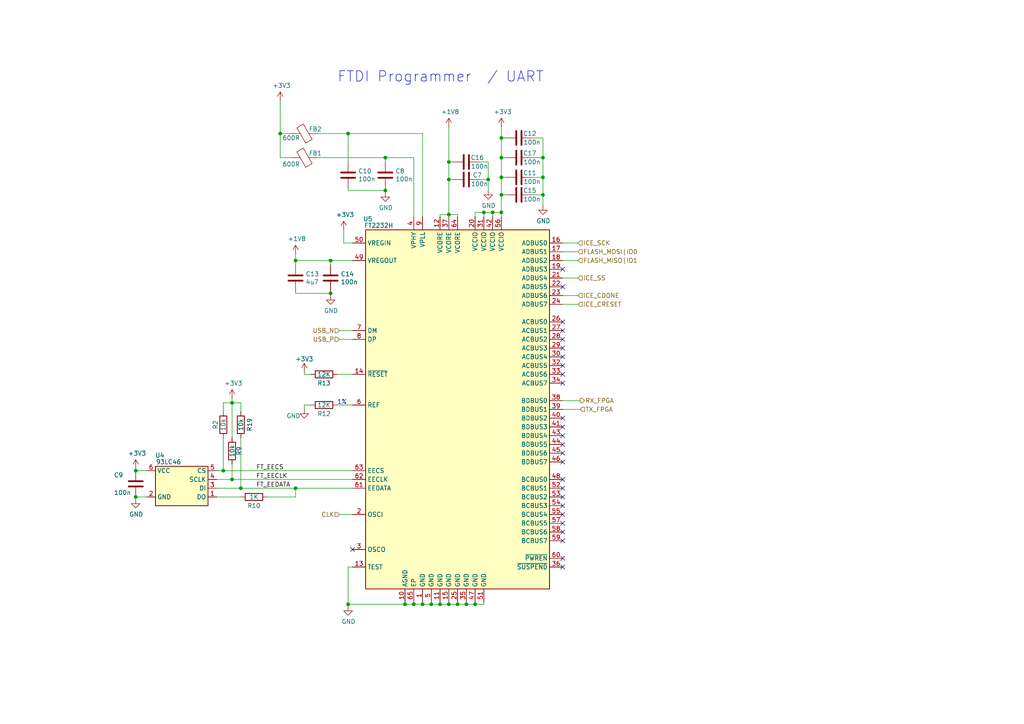
<source format=kicad_sch>
(kicad_sch (version 20250114) (generator "eeschema") (generator_version "9.0")
  (paper "A4")
  (title_block (title "iCE40 Feather") (date "2025-09-09") (rev "0.2") (company "Alexandru Enciu"))
  (lib_symbols
    (symbol "Device:C" (pin_numbers (hide yes)) (pin_names (offset 0.254))
      (property "Reference" "C" (at 0.635 2.54 0))
      (property "Value" "C" (at 0.635 -2.54 0))
      (symbol "C_0_1"
        (polyline (pts (xy -2.032 0.762) (xy 2.032 0.762)) (stroke (width 0.508)))
        (polyline (pts (xy -2.032 -0.762) (xy 2.032 -0.762)) (stroke (width 0.508)))
      )
      (symbol "C_1_1"
        (pin passive line (at 0 3.81 270) (length 2.794) (name "~") (number "1"))
        (pin passive line (at 0 -3.81 90) (length 2.794) (name "~") (number "2"))
      )
    )
    (symbol "Device:R" (pin_numbers (hide yes)) (pin_names (offset 0))
      (property "Reference" "R" (at 2.032 0 90))
      (property "Value" "R" (at 0 0 90))
      (symbol "R_0_1"
        (rectangle (start -1.016 -2.54) (end 1.016 2.54) (stroke (width 0.254)))
      )
      (symbol "R_1_1"
        (pin passive line (at 0 3.81 270) (length 1.27) (name "~") (number "1"))
        (pin passive line (at 0 -3.81 90) (length 1.27) (name "~") (number "2"))
      )
    )
    (symbol "josh-ic:FT2232H"
      (property "Reference" "U" (at -26.67 53.34 0))
      (property "Value" "FT2232H" (at 19.05 53.34 0))
      (symbol "FT2232H_0_1"
        (rectangle (start -26.67 -52.07) (end 26.67 52.07) (stroke (width 0.254)) (fill (type background)))
      )
      (symbol "FT2232H_1_1"
        (pin power_in line (at -30.48 48.26 0) (length 3.81) (name "VREGIN") (number "50"))
        (pin power_out line (at -30.48 43.18 0) (length 3.81) (name "VREGOUT") (number "49"))
        (pin bidirectional line (at -30.48 22.86 0) (length 3.81) (name "DM") (number "7"))
        (pin bidirectional line (at -30.48 20.32 0) (length 3.81) (name "DP") (number "8"))
        (pin input line (at -30.48 10.16 0) (length 3.81) (name "~{RESET}") (number "14"))
        (pin output line (at -30.48 1.27 0) (length 3.81) (name "REF") (number "6"))
        (pin output line (at -30.48 -17.78 0) (length 3.81) (name "EECS") (number "63"))
        (pin output line (at -30.48 -20.32 0) (length 3.81) (name "EECLK") (number "62"))
        (pin bidirectional line (at -30.48 -22.86 0) (length 3.81) (name "EEDATA") (number "61"))
        (pin input line (at -30.48 -30.48 0) (length 3.81) (name "OSCI") (number "2"))
        (pin output line (at -30.48 -40.64 0) (length 3.81) (name "OSCO") (number "3"))
        (pin input line (at -30.48 -45.72 0) (length 3.81) (name "TEST") (number "13"))
        (pin power_in line (at -15.24 -55.88 90) (length 3.81) (name "AGND") (number "10"))
        (pin power_in line (at -12.7 55.88 270) (length 3.81) (name "VPHY") (number "4"))
        (pin power_in line (at -12.7 -55.88 90) (length 3.81) (name "EP") (number "65"))
        (pin input line (at -10.16 55.88 270) (length 3.81) (name "VPLL") (number "9"))
        (pin power_in line (at -10.16 -55.88 90) (length 3.81) (name "GND") (number "1"))
        (pin power_in line (at -7.62 -55.88 90) (length 3.81) (name "GND") (number "5"))
        (pin power_in line (at -5.08 55.88 270) (length 3.81) (name "VCORE") (number "12"))
        (pin power_in line (at -5.08 -55.88 90) (length 3.81) (name "GND") (number "11"))
        (pin power_in line (at -2.54 55.88 270) (length 3.81) (name "VCORE") (number "37"))
        (pin power_in line (at -2.54 -55.88 90) (length 3.81) (name "GND") (number "15"))
        (pin power_in line (at 0 55.88 270) (length 3.81) (name "VCORE") (number "64"))
        (pin power_in line (at 0 -55.88 90) (length 3.81) (name "GND") (number "25"))
        (pin power_in line (at 2.54 -55.88 90) (length 3.81) (name "GND") (number "35"))
        (pin power_in line (at 5.08 55.88 270) (length 3.81) (name "VCCIO") (number "20"))
        (pin power_in line (at 5.08 -55.88 90) (length 3.81) (name "GND") (number "47"))
        (pin power_in line (at 7.62 55.88 270) (length 3.81) (name "VCCIO") (number "31"))
        (pin power_in line (at 7.62 -55.88 90) (length 3.81) (name "GND") (number "51"))
        (pin power_in line (at 10.16 55.88 270) (length 3.81) (name "VCCIO") (number "42"))
        (pin power_in line (at 12.7 55.88 270) (length 3.81) (name "VCCIO") (number "56"))
        (pin bidirectional line (at 30.48 48.26 180) (length 3.81) (name "ADBUS0") (number "16"))
        (pin bidirectional line (at 30.48 45.72 180) (length 3.81) (name "ADBUS1") (number "17"))
        (pin bidirectional line (at 30.48 43.18 180) (length 3.81) (name "ADBUS2") (number "18"))
        (pin bidirectional line (at 30.48 40.64 180) (length 3.81) (name "ADBUS3") (number "19"))
        (pin bidirectional line (at 30.48 38.1 180) (length 3.81) (name "ADBUS4") (number "21"))
        (pin bidirectional line (at 30.48 35.56 180) (length 3.81) (name "ADBUS5") (number "22"))
        (pin bidirectional line (at 30.48 33.02 180) (length 3.81) (name "ADBUS6") (number "23"))
        (pin bidirectional line (at 30.48 30.48 180) (length 3.81) (name "ADBUS7") (number "24"))
        (pin bidirectional line (at 30.48 25.4 180) (length 3.81) (name "ACBUS0") (number "26"))
        (pin bidirectional line (at 30.48 22.86 180) (length 3.81) (name "ACBUS1") (number "27"))
        (pin bidirectional line (at 30.48 20.32 180) (length 3.81) (name "ACBUS2") (number "28"))
        (pin bidirectional line (at 30.48 17.78 180) (length 3.81) (name "ACBUS3") (number "29"))
        (pin bidirectional line (at 30.48 15.24 180) (length 3.81) (name "ACBUS4") (number "30"))
        (pin bidirectional line (at 30.48 12.7 180) (length 3.81) (name "ACBUS5") (number "32"))
        (pin bidirectional line (at 30.48 10.16 180) (length 3.81) (name "ACBUS6") (number "33"))
        (pin bidirectional line (at 30.48 7.62 180) (length 3.81) (name "ACBUS7") (number "34"))
        (pin bidirectional line (at 30.48 2.54 180) (length 3.81) (name "BDBUS0") (number "38"))
        (pin bidirectional line (at 30.48 0 180) (length 3.81) (name "BDBUS1") (number "39"))
        (pin bidirectional line (at 30.48 -2.54 180) (length 3.81) (name "BDBUS2") (number "40"))
        (pin bidirectional line (at 30.48 -5.08 180) (length 3.81) (name "BDBUS3") (number "41"))
        (pin bidirectional line (at 30.48 -7.62 180) (length 3.81) (name "BDBUS4") (number "43"))
        (pin bidirectional line (at 30.48 -10.16 180) (length 3.81) (name "BDBUS5") (number "44"))
        (pin bidirectional line (at 30.48 -12.7 180) (length 3.81) (name "BDBUS6") (number "45"))
        (pin bidirectional line (at 30.48 -15.24 180) (length 3.81) (name "BDBUS7") (number "46"))
        (pin bidirectional line (at 30.48 -20.32 180) (length 3.81) (name "BCBUS0") (number "48"))
        (pin bidirectional line (at 30.48 -22.86 180) (length 3.81) (name "BCBUS1") (number "52"))
        (pin bidirectional line (at 30.48 -25.4 180) (length 3.81) (name "BCBUS2") (number "53"))
        (pin bidirectional line (at 30.48 -27.94 180) (length 3.81) (name "BCBUS3") (number "54"))
        (pin bidirectional line (at 30.48 -30.48 180) (length 3.81) (name "BCBUS4") (number "55"))
        (pin bidirectional line (at 30.48 -33.02 180) (length 3.81) (name "BCBUS5") (number "57"))
        (pin bidirectional line (at 30.48 -35.56 180) (length 3.81) (name "BCBUS6") (number "58"))
        (pin bidirectional line (at 30.48 -38.1 180) (length 3.81) (name "BCBUS7") (number "59"))
        (pin output line (at 30.48 -43.18 180) (length 3.81) (name "~{PWREN}") (number "60"))
        (pin output line (at 30.48 -45.72 180) (length 3.81) (name "~{SUSPEND}") (number "36"))
      )
    )
    (symbol "josh-memory:93C46B"
      (property "Reference" "U" (at -7.366 9.144 0))
      (property "Value" "93C46B" (at 7.874 6.096 0))
      (symbol "93C46B_1_1"
        (rectangle (start 7.62 5.08) (end -7.62 -6.35) (stroke (width 0.254)) (fill (type background)))
        (pin input line (at -10.16 3.81 0) (length 2.54) (name "CS") (number "5"))
        (pin input line (at -10.16 1.27 0) (length 2.54) (name "SCLK") (number "4"))
        (pin input line (at -10.16 -1.27 0) (length 2.54) (name "DI") (number "3"))
        (pin tri_state line (at -10.16 -3.81 0) (length 2.54) (name "DO") (number "1"))
        (pin power_in line (at 10.16 3.81 180) (length 2.54) (name "VCC") (number "6"))
        (pin power_in line (at 10.16 -3.81 180) (length 2.54) (name "GND") (number "2"))
      )
    )
    (symbol "josh-passive:Ferrite_Bead_PWR" (pin_numbers (hide yes)) (pin_names (offset 0))
      (property "Reference" "FB" (at -2.54 1.27 0))
      (property "Value" "Ferrite_Bead_PWR" (at 0 3.81 0))
      (symbol "Ferrite_Bead_PWR_0_1"
        (polyline (pts (xy -1.27 0) (xy -1.2192 0)))
        (polyline (pts (xy 0.4064 2.7686) (xy 2.2606 1.7018) (xy -0.3048 -2.7686) (xy -2.159 -1.6764) (xy 0.4064 2.7686)))
        (polyline (pts (xy 1.27 0) (xy 1.2954 0)))
      )
      (symbol "Ferrite_Bead_PWR_1_1"
        (pin passive line (at -3.81 0 0) (length 2.54) (name "~") (number "2"))
        (pin power_out line (at 3.81 0 180) (length 2.54) (name "~") (number "1"))
      )
    )
    (symbol "power:+1V8" (power) (pin_names (offset 0))
      (property "Value" "+1V8" (at 0 3.556 0))
      (symbol "+1V8_0_1"
        (polyline (pts (xy -0.762 1.27) (xy 0 2.54)))
        (polyline (pts (xy 0 2.54) (xy 0.762 1.27)))
        (polyline (pts (xy 0 0) (xy 0 2.54)))
      )
      (symbol "+1V8_1_1"
        (pin power_in line (at 0 0 90) (length 0) (hide yes) (name "+1V8") (number "1"))
      )
    )
    (symbol "power:+3V3" (power) (pin_names (offset 0))
      (property "Value" "+3V3" (at 0 3.556 0))
      (symbol "+3V3_0_1"
        (polyline (pts (xy -0.762 1.27) (xy 0 2.54)))
        (polyline (pts (xy 0 2.54) (xy 0.762 1.27)))
        (polyline (pts (xy 0 0) (xy 0 2.54)))
      )
      (symbol "+3V3_1_1"
        (pin power_in line (at 0 0 90) (length 0) (hide yes) (name "+3V3") (number "1"))
      )
    )
    (symbol "power:GND" (power) (pin_names (offset 0))
      (property "Value" "GND" (at 0 -3.81 0))
      (symbol "GND_0_1"
        (polyline (pts (xy 0 0) (xy 0 -1.27) (xy 1.27 -1.27) (xy 0 -2.54) (xy -1.27 -1.27) (xy 0 -1.27)))
      )
      (symbol "GND_1_1"
        (pin power_in line (at 0 0 270) (length 0) (hide yes) (name "GND") (number "1"))
      )
    )
  )
  (text "1%" (at 97.79 117.475 0) (effects (font (size 1.27 1.27)) (justify left bottom)))
  (text "FTDI Programmer  / UART" (at 97.79 24.13 0) (effects (font (size 2.9972 2.9972)) (justify left bottom)))
  (junction (at 120.015 175.26) (diameter 0.9144))
  (junction (at 100.965 175.26) (diameter 0.9144))
  (junction (at 141.605 52.07) (diameter 0.9144))
  (junction (at 81.28 38.735) (diameter 0.9144))
  (junction (at 125.095 175.26) (diameter 0.9144))
  (junction (at 95.885 85.09) (diameter 0.9144))
  (junction (at 132.715 175.26) (diameter 0.9144))
  (junction (at 39.37 144.145) (diameter 0.9144))
  (junction (at 130.175 62.23) (diameter 0.9144))
  (junction (at 67.31 116.84))
  (junction (at 135.255 175.26) (diameter 0.9144))
  (junction (at 130.175 52.07) (diameter 0.9144))
  (junction (at 140.335 61.595) (diameter 0.9144))
  (junction (at 145.415 56.515) (diameter 0.9144))
  (junction (at 39.37 136.525) (diameter 0.9144))
  (junction (at 111.76 55.245) (diameter 0.9144))
  (junction (at 157.48 56.515) (diameter 0.9144))
  (junction (at 145.415 45.72) (diameter 0.9144))
  (junction (at 137.795 175.26) (diameter 0.9144))
  (junction (at 64.77 136.525))
  (junction (at 67.31 139.065))
  (junction (at 130.175 175.26) (diameter 0.9144))
  (junction (at 100.965 38.735) (diameter 0.9144))
  (junction (at 111.76 45.72) (diameter 0.9144))
  (junction (at 69.85 141.605))
  (junction (at 157.48 45.72) (diameter 0.9144))
  (junction (at 85.725 75.565) (diameter 0.9144))
  (junction (at 157.48 51.435) (diameter 0.9144))
  (junction (at 145.415 40.005) (diameter 0.9144))
  (junction (at 95.885 75.565) (diameter 0.9144))
  (junction (at 127.635 175.26) (diameter 0.9144))
  (junction (at 117.475 175.26) (diameter 0.9144))
  (junction (at 142.875 61.595) (diameter 0.9144))
  (junction (at 122.555 175.26) (diameter 0.9144))
  (junction (at 145.415 51.435) (diameter 0.9144))
  (junction (at 145.415 61.595) (diameter 0.9144))
  (junction (at 85.725 141.605) (diameter 0.9144))
  (junction (at 130.175 46.99) (diameter 0.9144))
  (no_connect (at 163.195 164.465))
  (no_connect (at 163.195 83.185))
  (no_connect (at 163.195 95.885))
  (no_connect (at 163.195 146.685))
  (no_connect (at 163.195 144.145))
  (no_connect (at 163.195 108.585))
  (no_connect (at 163.195 126.365))
  (no_connect (at 163.195 149.225))
  (no_connect (at 102.235 159.385))
  (no_connect (at 163.195 121.285))
  (no_connect (at 163.195 123.825))
  (no_connect (at 163.195 133.985))
  (no_connect (at 163.195 154.305))
  (no_connect (at 163.195 151.765))
  (no_connect (at 163.195 103.505))
  (no_connect (at 163.195 78.105))
  (no_connect (at 163.195 93.345))
  (no_connect (at 163.195 156.845))
  (no_connect (at 163.195 141.605))
  (no_connect (at 163.195 100.965))
  (no_connect (at 163.195 131.445))
  (no_connect (at 163.195 139.065))
  (no_connect (at 163.195 106.045))
  (no_connect (at 163.195 128.905))
  (no_connect (at 163.195 98.425))
  (no_connect (at 163.195 161.925))
  (no_connect (at 163.195 111.125))
  (wire (pts (xy 85.725 141.605) (xy 102.235 141.605)))
  (wire (pts (xy 77.47 144.145) (xy 85.725 144.145)))
  (wire (pts (xy 67.31 116.84) (xy 67.31 127)))
  (wire (pts (xy 145.415 61.595) (xy 142.875 61.595)))
  (wire (pts (xy 163.195 75.565) (xy 167.64 75.565)))
  (wire (pts (xy 67.31 139.065) (xy 102.235 139.065)))
  (wire (pts (xy 100.965 164.465) (xy 100.965 175.26)))
  (wire (pts (xy 130.175 52.07) (xy 130.175 62.23)))
  (wire (pts (xy 92.075 45.72) (xy 111.76 45.72)))
  (wire (pts (xy 64.77 116.84) (xy 67.31 116.84)))
  (wire (pts (xy 120.015 174.625) (xy 120.015 175.26)))
  (wire (pts (xy 85.725 84.455) (xy 85.725 85.09)))
  (wire (pts (xy 69.85 127) (xy 69.85 141.605)))
  (wire (pts (xy 132.715 175.26) (xy 135.255 175.26)))
  (wire (pts (xy 157.48 56.515) (xy 157.48 59.69)))
  (wire (pts (xy 69.85 141.605) (xy 85.725 141.605)))
  (wire (pts (xy 122.555 174.625) (xy 122.555 175.26)))
  (wire (pts (xy 142.875 61.595) (xy 142.875 62.865)))
  (wire (pts (xy 146.685 56.515) (xy 145.415 56.515)))
  (wire (pts (xy 122.555 175.26) (xy 125.095 175.26)))
  (wire (pts (xy 125.095 174.625) (xy 125.095 175.26)))
  (wire (pts (xy 67.31 116.84) (xy 69.85 116.84)))
  (wire (pts (xy 163.195 73.025) (xy 167.64 73.025)))
  (wire (pts (xy 132.715 174.625) (xy 132.715 175.26)))
  (wire (pts (xy 130.175 36.83) (xy 130.175 46.99)))
  (wire (pts (xy 62.865 144.145) (xy 69.85 144.145)))
  (wire (pts (xy 111.76 54.61) (xy 111.76 55.245)))
  (wire (pts (xy 163.195 70.485) (xy 167.64 70.485)))
  (wire (pts (xy 85.725 75.565) (xy 85.725 73.66)))
  (wire (pts (xy 157.48 40.005) (xy 157.48 45.72)))
  (wire (pts (xy 137.795 61.595) (xy 137.795 62.865)))
  (wire (pts (xy 100.965 175.26) (xy 100.965 175.895)))
  (wire (pts (xy 120.015 175.26) (xy 122.555 175.26)))
  (wire (pts (xy 111.76 55.245) (xy 100.965 55.245)))
  (wire (pts (xy 137.795 175.26) (xy 140.335 175.26)))
  (wire (pts (xy 90.17 108.585) (xy 88.265 108.585)))
  (wire (pts (xy 100.965 175.26) (xy 117.475 175.26)))
  (wire (pts (xy 145.415 56.515) (xy 145.415 61.595)))
  (wire (pts (xy 95.885 85.725) (xy 95.885 85.09)))
  (wire (pts (xy 111.76 45.72) (xy 120.015 45.72)))
  (wire (pts (xy 102.235 70.485) (xy 99.695 70.485)))
  (wire (pts (xy 130.175 52.07) (xy 131.445 52.07)))
  (wire (pts (xy 111.76 55.245) (xy 111.76 55.88)))
  (wire (pts (xy 130.175 62.23) (xy 132.715 62.23)))
  (wire (pts (xy 97.79 117.475) (xy 102.235 117.475)))
  (wire (pts (xy 145.415 51.435) (xy 145.415 56.515)))
  (wire (pts (xy 62.865 136.525) (xy 64.77 136.525)))
  (wire (pts (xy 125.095 175.26) (xy 127.635 175.26)))
  (wire (pts (xy 140.335 175.26) (xy 140.335 174.625)))
  (wire (pts (xy 64.77 116.84) (xy 64.77 119.38)))
  (wire (pts (xy 95.885 84.455) (xy 95.885 85.09)))
  (wire (pts (xy 88.265 117.475) (xy 88.265 118.745)))
  (wire (pts (xy 64.77 127) (xy 64.77 136.525)))
  (wire (pts (xy 135.255 175.26) (xy 137.795 175.26)))
  (wire (pts (xy 122.555 62.865) (xy 122.555 38.735)))
  (wire (pts (xy 130.175 62.23) (xy 130.175 62.865)))
  (wire (pts (xy 67.31 134.62) (xy 67.31 139.065)))
  (wire (pts (xy 88.265 108.585) (xy 88.265 107.95)))
  (wire (pts (xy 117.475 174.625) (xy 117.475 175.26)))
  (wire (pts (xy 122.555 38.735) (xy 100.965 38.735)))
  (wire (pts (xy 130.175 46.99) (xy 130.175 52.07)))
  (wire (pts (xy 154.305 51.435) (xy 157.48 51.435)))
  (wire (pts (xy 97.79 108.585) (xy 102.235 108.585)))
  (wire (pts (xy 39.37 144.145) (xy 42.545 144.145)))
  (wire (pts (xy 145.415 61.595) (xy 145.415 62.865)))
  (wire (pts (xy 145.415 51.435) (xy 145.415 45.72)))
  (wire (pts (xy 142.875 61.595) (xy 140.335 61.595)))
  (wire (pts (xy 154.305 56.515) (xy 157.48 56.515)))
  (wire (pts (xy 163.195 85.725) (xy 167.64 85.725)))
  (wire (pts (xy 163.195 88.265) (xy 167.64 88.265)))
  (wire (pts (xy 102.235 75.565) (xy 95.885 75.565)))
  (wire (pts (xy 139.065 46.99) (xy 141.605 46.99)))
  (wire (pts (xy 81.28 45.72) (xy 81.28 38.735)))
  (wire (pts (xy 130.175 46.99) (xy 131.445 46.99)))
  (wire (pts (xy 130.175 174.625) (xy 130.175 175.26)))
  (wire (pts (xy 95.885 75.565) (xy 85.725 75.565)))
  (wire (pts (xy 120.015 45.72) (xy 120.015 62.865)))
  (wire (pts (xy 39.37 135.89) (xy 39.37 136.525)))
  (wire (pts (xy 130.175 175.26) (xy 132.715 175.26)))
  (wire (pts (xy 69.85 116.84) (xy 69.85 119.38)))
  (wire (pts (xy 146.685 51.435) (xy 145.415 51.435)))
  (wire (pts (xy 127.635 175.26) (xy 130.175 175.26)))
  (wire (pts (xy 39.37 136.525) (xy 42.545 136.525)))
  (wire (pts (xy 141.605 46.99) (xy 141.605 52.07)))
  (wire (pts (xy 163.195 118.745) (xy 168.275 118.745)))
  (wire (pts (xy 102.235 164.465) (xy 100.965 164.465)))
  (wire (pts (xy 127.635 62.23) (xy 130.175 62.23)))
  (wire (pts (xy 100.965 54.61) (xy 100.965 55.245)))
  (wire (pts (xy 127.635 174.625) (xy 127.635 175.26)))
  (wire (pts (xy 154.305 40.005) (xy 157.48 40.005)))
  (wire (pts (xy 146.685 45.72) (xy 145.415 45.72)))
  (wire (pts (xy 81.28 38.735) (xy 84.455 38.735)))
  (wire (pts (xy 84.455 45.72) (xy 81.28 45.72)))
  (wire (pts (xy 98.425 98.425) (xy 102.235 98.425)))
  (wire (pts (xy 95.885 75.565) (xy 95.885 76.835)))
  (wire (pts (xy 146.685 40.005) (xy 145.415 40.005)))
  (wire (pts (xy 90.17 117.475) (xy 88.265 117.475)))
  (wire (pts (xy 64.77 136.525) (xy 102.235 136.525)))
  (wire (pts (xy 67.31 115.57) (xy 67.31 116.84)))
  (wire (pts (xy 157.48 45.72) (xy 157.48 51.435)))
  (wire (pts (xy 127.635 62.865) (xy 127.635 62.23)))
  (wire (pts (xy 145.415 40.005) (xy 145.415 36.83)))
  (wire (pts (xy 145.415 45.72) (xy 145.415 40.005)))
  (wire (pts (xy 99.695 70.485) (xy 99.695 66.675)))
  (wire (pts (xy 157.48 51.435) (xy 157.48 56.515)))
  (wire (pts (xy 98.425 95.885) (xy 102.235 95.885)))
  (wire (pts (xy 111.76 46.99) (xy 111.76 45.72)))
  (wire (pts (xy 100.965 46.99) (xy 100.965 38.735)))
  (wire (pts (xy 85.725 75.565) (xy 85.725 76.835)))
  (wire (pts (xy 39.37 144.145) (xy 39.37 144.78)))
  (wire (pts (xy 140.335 61.595) (xy 140.335 62.865)))
  (wire (pts (xy 117.475 175.26) (xy 120.015 175.26)))
  (wire (pts (xy 81.28 29.21) (xy 81.28 38.735)))
  (wire (pts (xy 154.305 45.72) (xy 157.48 45.72)))
  (wire (pts (xy 92.075 38.735) (xy 100.965 38.735)))
  (wire (pts (xy 85.725 85.09) (xy 95.885 85.09)))
  (wire (pts (xy 140.335 61.595) (xy 137.795 61.595)))
  (wire (pts (xy 98.425 149.225) (xy 102.235 149.225)))
  (wire (pts (xy 62.865 139.065) (xy 67.31 139.065)))
  (wire (pts (xy 163.195 80.645) (xy 167.64 80.645)))
  (wire (pts (xy 141.605 52.07) (xy 141.605 55.245)))
  (wire (pts (xy 85.725 144.145) (xy 85.725 141.605)))
  (wire (pts (xy 139.065 52.07) (xy 141.605 52.07)))
  (wire (pts (xy 62.865 141.605) (xy 69.85 141.605)))
  (wire (pts (xy 163.195 116.205) (xy 168.275 116.205)))
  (wire (pts (xy 132.715 62.23) (xy 132.715 62.865)))
  (wire (pts (xy 137.795 174.625) (xy 137.795 175.26)))
  (wire (pts (xy 135.255 174.625) (xy 135.255 175.26)))
  (label "FT_EECS" (at 74.295 136.525 0))
  (label "FT_EECLK" (at 74.295 139.065 0))
  (label "FT_EEDATA" (at 74.295 141.605 0))
  (hierarchical_label "FLASH_MISO|IO1" (shape input) (at 167.64 75.565 0))
  (hierarchical_label "USB_P" (shape input) (at 98.425 98.425 180))
  (hierarchical_label "FLASH_MOSI|IO0" (shape input) (at 167.64 73.025 0))
  (hierarchical_label "RX_FPGA" (shape output) (at 168.275 116.205 0))
  (hierarchical_label "ICE_SS" (shape input) (at 167.64 80.645 0))
  (hierarchical_label "USB_N" (shape input) (at 98.425 95.885 180))
  (hierarchical_label "TX_FPGA" (shape input) (at 168.275 118.745 0))
  (hierarchical_label "ICE_CDONE" (shape input) (at 167.64 85.725 0))
  (hierarchical_label "ICE_CRESET" (shape input) (at 167.64 88.265 0))
  (hierarchical_label "CLK" (shape input) (at 98.425 149.225 180))
  (hierarchical_label "ICE_SCK" (shape input) (at 167.64 70.485 0))
  (symbol (lib_id "josh-memory:93C46B") (at 52.705 140.335 0) (mirror y) (unit 1)
    (property "Reference" "U4" (at 46.355 132.08 0))
    (property "Value" "93LC46" (at 48.895 133.985 0))
    (property "Footprint" "Package_TO_SOT_SMD:SOT-23-6" (effects (hide yes)))
    (property "Datasheet" "http://ww1.microchip.com/downloads/en/DeviceDoc/20001749K.pdf" (effects (hide yes)))
    (property "LCSC" "C616322" (effects (hide yes)))
    (property "MPN" "93LC46BT-I/OT" (effects (hide yes)))
    (property "MPN2" "93LC46BT-E/OT" (effects (hide yes)))
    (property "Manufacturer" "Microchip Technology" (effects (hide yes)))
    (property "Manufacturer2" "Microchip Technology" (effects (hide yes)))
  )
  (symbol (lib_id "josh-ic:FT2232H") (at 132.715 118.745 0) (unit 1)
    (property "Reference" "U5" (at 106.68 63.5 0))
    (property "Value" "FT2232H" (at 109.855 65.405 0))
    (property "Footprint" "josh-dfn-qfn:QFN-48-1EP_7x7mm_P0.5mm_EP5.3x5.3mm_ThermalVias" (effects (hide yes)))
    (property "LCSC" "C193662" (effects (hide yes)))
    (property "MPN" "FT2232HQ" (effects (hide yes)))
    (property "Manufacturer" "FTDI" (effects (hide yes)))
  )
  (symbol (lib_id "josh-passive:Ferrite_Bead_PWR") (at 88.265 38.735 0) (mirror x) (unit 1)
    (property "Reference" "FB2" (at 91.44 37.465 0))
    (property "Value" "600R" (at 84.455 40.005 0))
    (property "Footprint" "Inductor_SMD:L_0402_1005Metric" (effects (hide yes)))
    (property "LCSC" "C76884" (effects (hide yes)))
    (property "MPN" "BLM15AG601SN1D" (effects (hide yes)))
    (property "MPN2" "BK1005HW601-T" (effects (hide yes)))
    (property "Manufacturer" "Murata Electronics" (effects (hide yes)))
    (property "Manufacturer2" "Taiyo Yuden" (effects (hide yes)))
  )
  (symbol (lib_id "josh-passive:Ferrite_Bead_PWR") (at 88.265 45.72 0) (mirror x) (unit 1)
    (property "Reference" "FB1" (at 91.44 44.45 0))
    (property "Value" "600R" (at 84.455 47.625 0))
    (property "Footprint" "Inductor_SMD:L_0402_1005Metric" (effects (hide yes)))
    (property "LCSC" "C76884" (effects (hide yes)))
    (property "MPN" "BLM15AG601SN1D" (effects (hide yes)))
    (property "MPN2" "BK1005HW601-T" (effects (hide yes)))
    (property "Manufacturer" "Murata Electronics" (effects (hide yes)))
    (property "Manufacturer2" "Taiyo Yuden" (effects (hide yes)))
  )
  (symbol (lib_id "power:GND") (at 100.965 175.895 0) (unit 1)
    (property "Reference" "#PWR065" (effects (hide yes)))
    (property "Value" "GND" (at 101.092 180.2892 0))
  )
  (symbol (lib_id "power:GND") (at 39.37 144.78 0) (unit 1)
    (property "Reference" "#PWR057" (effects (hide yes)))
    (property "Value" "GND" (at 39.497 149.1742 0))
  )
  (symbol (lib_id "Device:C") (at 39.37 140.335 0) (unit 1)
    (property "Reference" "C9" (at 33.02 137.795 0) (effects (justify left)))
    (property "Value" "100n" (at 33.02 142.875 0) (effects (justify left)))
    (property "Footprint" "Capacitor_SMD:C_0402_1005Metric" (effects (hide yes)))
    (property "LCSC" "C327009\n" (effects (hide yes)))
    (property "MPN" "CC0402KRX7R7BB104" (effects (hide yes)))
    (property "MPN2" "CL05B104KO5NNNC\n" (effects (hide yes)))
    (property "Manufacturer" "Yageo\n" (effects (hide yes)))
    (property "Manufacturer2" "Samsung Electro-Mechanics\n" (effects (hide yes)))
  )
  (symbol (lib_id "power:+3V3") (at 39.37 135.89 0) (unit 1)
    (property "Reference" "#PWR056" (effects (hide yes)))
    (property "Value" "+3V3" (at 39.751 131.4958 0))
  )
  (symbol (lib_id "Device:R") (at 73.66 144.145 270) (unit 1)
    (property "Reference" "R10" (at 73.66 146.685 90))
    (property "Value" "1K" (at 73.66 144.145 90))
    (property "Footprint" "Resistor_SMD:R_0402_1005Metric" (effects (hide yes)))
    (property "LCSC" "C105637" (effects (hide yes)))
    (property "MPN" "RC0402JR-071KL" (effects (hide yes)))
    (property "MPN2" "0402WGF1001TCE" (effects (hide yes)))
    (property "Manufacturer" "Yageo\n" (effects (hide yes)))
    (property "Manufacturer2" "UNI-ROYAL(Uniroyal Elec)\n" (effects (hide yes)))
  )
  (symbol (lib_id "power:+3V3") (at 67.31 115.57 0) (unit 1)
    (property "Reference" "#PWR058" (effects (hide yes)))
    (property "Value" "+3V3" (at 67.691 111.1758 0))
  )
  (symbol (lib_id "Device:R") (at 93.98 108.585 270) (unit 1)
    (property "Reference" "R13" (at 93.98 111.125 90))
    (property "Value" "12K" (at 93.98 108.585 90))
    (property "Footprint" "Resistor_SMD:R_0402_1005Metric" (effects (hide yes)))
    (property "LCSC" "C137923" (effects (hide yes)))
    (property "MPN" "RC0402JR-0712KL" (effects (hide yes)))
    (property "MPN2" "0402WGF1202TCE" (effects (hide yes)))
    (property "Manufacturer" "Yageo\n" (effects (hide yes)))
    (property "Manufacturer2" "UNI-ROYAL(Uniroyal Elec)\n" (effects (hide yes)))
  )
  (symbol (lib_id "power:+3V3") (at 88.265 107.95 0) (unit 1)
    (property "Reference" "#PWR061" (effects (hide yes)))
    (property "Value" "+3V3" (at 88.265 104.14 0))
  )
  (symbol (lib_id "Device:R") (at 93.98 117.475 270) (unit 1)
    (property "Reference" "R12" (at 93.98 120.015 90))
    (property "Value" "12K" (at 93.98 117.475 90))
    (property "Footprint" "Resistor_SMD:R_0402_1005Metric" (effects (hide yes)))
    (property "LCSC" "C137923" (effects (hide yes)))
    (property "MPN" "RC0402JR-0712KL" (effects (hide yes)))
    (property "MPN2" "0402WGF1202TCE" (effects (hide yes)))
    (property "Manufacturer" "Yageo\n" (effects (hide yes)))
    (property "Manufacturer2" "UNI-ROYAL(Uniroyal Elec)\n" (effects (hide yes)))
  )
  (symbol (lib_id "power:GND") (at 88.265 118.745 0) (unit 1)
    (property "Reference" "#PWR062" (effects (hide yes)))
    (property "Value" "GND" (at 85.09 120.65 0))
  )
  (symbol (lib_id "power:+3V3") (at 81.28 29.21 0) (unit 1)
    (property "Reference" "#PWR059" (effects (hide yes)))
    (property "Value" "+3V3" (at 81.661 24.8158 0))
  )
  (symbol (lib_id "Device:C") (at 100.965 50.8 0) (unit 1)
    (property "Reference" "C10" (at 103.886 49.6316 0) (effects (justify left)))
    (property "Value" "100n" (at 103.886 51.943 0) (effects (justify left)))
    (property "Footprint" "Capacitor_SMD:C_0402_1005Metric" (effects (hide yes)))
    (property "LCSC" "C327009\n" (effects (hide yes)))
    (property "MPN" "CC0402KRX7R7BB104" (effects (hide yes)))
    (property "MPN2" "CL05B104KO5NNNC\n" (effects (hide yes)))
    (property "Manufacturer" "Yageo\n" (effects (hide yes)))
    (property "Manufacturer2" "Samsung Electro-Mechanics\n" (effects (hide yes)))
  )
  (symbol (lib_id "Device:C") (at 111.76 50.8 0) (unit 1)
    (property "Reference" "C8" (at 114.681 49.6316 0) (effects (justify left)))
    (property "Value" "100n" (at 114.681 51.943 0) (effects (justify left)))
    (property "Footprint" "Capacitor_SMD:C_0402_1005Metric" (effects (hide yes)))
    (property "LCSC" "C327009\n" (effects (hide yes)))
    (property "MPN" "CC0402KRX7R7BB104" (effects (hide yes)))
    (property "MPN2" "CL05B104KO5NNNC\n" (effects (hide yes)))
    (property "Manufacturer" "Yageo\n" (effects (hide yes)))
    (property "Manufacturer2" "Samsung Electro-Mechanics\n" (effects (hide yes)))
  )
  (symbol (lib_id "power:GND") (at 111.76 55.88 0) (unit 1)
    (property "Reference" "#PWR066" (effects (hide yes)))
    (property "Value" "GND" (at 111.887 60.2742 0))
  )
  (symbol (lib_id "Device:C") (at 150.495 40.005 270) (unit 1)
    (property "Reference" "C12" (at 153.67 38.735 90))
    (property "Value" "100n" (at 154.305 41.275 90))
    (property "Footprint" "Capacitor_SMD:C_0402_1005Metric" (effects (hide yes)))
    (property "LCSC" "C327009\n" (effects (hide yes)))
    (property "MPN" "CC0402KRX7R7BB104" (effects (hide yes)))
    (property "MPN2" "CL05B104KO5NNNC\n" (effects (hide yes)))
    (property "Manufacturer" "Yageo\n" (effects (hide yes)))
    (property "Manufacturer2" "Samsung Electro-Mechanics\n" (effects (hide yes)))
  )
  (symbol (lib_id "Device:C") (at 150.495 45.72 270) (unit 1)
    (property "Reference" "C17" (at 153.67 44.45 90))
    (property "Value" "100n" (at 154.305 46.99 90))
    (property "Footprint" "Capacitor_SMD:C_0402_1005Metric" (effects (hide yes)))
    (property "LCSC" "C327009\n" (effects (hide yes)))
    (property "MPN" "CC0402KRX7R7BB104" (effects (hide yes)))
    (property "MPN2" "CL05B104KO5NNNC\n" (effects (hide yes)))
    (property "Manufacturer" "Yageo\n" (effects (hide yes)))
    (property "Manufacturer2" "Samsung Electro-Mechanics\n" (effects (hide yes)))
  )
  (symbol (lib_id "Device:C") (at 150.495 51.435 270) (unit 1)
    (property "Reference" "C11" (at 153.67 50.165 90))
    (property "Value" "100n" (at 154.305 52.705 90))
    (property "Footprint" "Capacitor_SMD:C_0402_1005Metric" (effects (hide yes)))
    (property "LCSC" "C327009\n" (effects (hide yes)))
    (property "MPN" "CC0402KRX7R7BB104" (effects (hide yes)))
    (property "MPN2" "CL05B104KO5NNNC\n" (effects (hide yes)))
    (property "Manufacturer" "Yageo\n" (effects (hide yes)))
    (property "Manufacturer2" "Samsung Electro-Mechanics\n" (effects (hide yes)))
  )
  (symbol (lib_id "power:GND") (at 157.48 59.69 0) (unit 1)
    (property "Reference" "#PWR069" (effects (hide yes)))
    (property "Value" "GND" (at 157.607 64.0842 0))
  )
  (symbol (lib_id "power:+3V3") (at 145.415 36.83 0) (unit 1)
    (property "Reference" "#PWR068" (effects (hide yes)))
    (property "Value" "+3V3" (at 145.796 32.4358 0))
  )
  (symbol (lib_id "Device:C") (at 150.495 56.515 270) (unit 1)
    (property "Reference" "C15" (at 153.67 55.245 90))
    (property "Value" "100n" (at 154.305 57.785 90))
    (property "Footprint" "Capacitor_SMD:C_0402_1005Metric" (effects (hide yes)))
    (property "LCSC" "C327009\n" (effects (hide yes)))
    (property "MPN" "CC0402KRX7R7BB104" (effects (hide yes)))
    (property "MPN2" "CL05B104KO5NNNC\n" (effects (hide yes)))
    (property "Manufacturer" "Yageo\n" (effects (hide yes)))
    (property "Manufacturer2" "Samsung Electro-Mechanics\n" (effects (hide yes)))
  )
  (symbol (lib_id "power:+3V3") (at 99.695 66.675 0) (unit 1)
    (property "Reference" "#PWR064" (effects (hide yes)))
    (property "Value" "+3V3" (at 100.076 62.2808 0))
  )
  (symbol (lib_id "Device:C") (at 95.885 80.645 0) (unit 1)
    (property "Reference" "C14" (at 98.806 79.4766 0) (effects (justify left)))
    (property "Value" "100n" (at 98.806 81.788 0) (effects (justify left)))
    (property "Footprint" "Capacitor_SMD:C_0402_1005Metric" (effects (hide yes)))
    (property "LCSC" "C327009\n" (effects (hide yes)))
    (property "MPN" "CC0402KRX7R7BB104" (effects (hide yes)))
    (property "MPN2" "CL05B104KO5NNNC\n" (effects (hide yes)))
    (property "Manufacturer" "Yageo\n" (effects (hide yes)))
    (property "Manufacturer2" "Samsung Electro-Mechanics\n" (effects (hide yes)))
  )
  (symbol (lib_id "Device:C") (at 85.725 80.645 0) (unit 1)
    (property "Reference" "C13" (at 88.646 79.4766 0) (effects (justify left)))
    (property "Value" "4u7" (at 88.646 81.788 0) (effects (justify left)))
    (property "Footprint" "Capacitor_SMD:C_0402_1005Metric" (effects (hide yes)))
    (property "LCSC" "C326586\n" (effects (hide yes)))
    (property "MPN" "CC0402KRX5R6BB475\n" (effects (hide yes)))
    (property "MPN2" "CL05A475KP5NRNC\n" (effects (hide yes)))
    (property "Manufacturer" "Yageo\n" (effects (hide yes)))
    (property "Manufacturer2" "Samsung Electro-Mechanics\n" (effects (hide yes)))
  )
  (symbol (lib_id "power:GND") (at 95.885 85.725 0) (unit 1)
    (property "Reference" "#PWR063" (effects (hide yes)))
    (property "Value" "GND" (at 96.012 90.1192 0))
  )
  (symbol (lib_id "power:+1V8") (at 85.725 73.66 0) (unit 1)
    (property "Reference" "#PWR060" (effects (hide yes)))
    (property "Value" "+1V8" (at 86.106 69.2658 0))
  )
  (symbol (lib_id "power:+1V8") (at 130.175 36.83 0) (unit 1)
    (property "Reference" "#PWR067" (effects (hide yes)))
    (property "Value" "+1V8" (at 130.556 32.4358 0))
  )
  (symbol (lib_id "Device:R") (at 69.85 123.19 0) (unit 1)
    (property "Reference" "R19" (at 72.39 123.19 90))
    (property "Value" "10k" (at 69.85 123.19 90))
    (property "Footprint" "Resistor_SMD:R_0402_1005Metric" (effects (hide yes)))
    (property "LCSC" "C137923" (effects (hide yes)))
    (property "MPN" "RC0402JR-0712KL" (effects (hide yes)))
    (property "MPN2" "0402WGF1202TCE" (effects (hide yes)))
    (property "Manufacturer" "Yageo\n" (effects (hide yes)))
    (property "Manufacturer2" "UNI-ROYAL(Uniroyal Elec)\n" (effects (hide yes)))
  )
  (symbol (lib_id "power:GND") (at 141.605 55.245 0) (unit 1)
    (property "Reference" "#PWR0108" (effects (hide yes)))
    (property "Value" "GND" (at 141.732 59.6392 0))
  )
  (symbol (lib_id "Device:C") (at 135.255 52.07 270) (unit 1)
    (property "Reference" "C7" (at 138.43 50.8 90))
    (property "Value" "100n" (at 139.065 53.34 90))
    (property "Footprint" "Capacitor_SMD:C_0402_1005Metric" (effects (hide yes)))
    (property "LCSC" "C327009\n" (effects (hide yes)))
    (property "MPN" "CC0402KRX7R7BB104" (effects (hide yes)))
    (property "MPN2" "CL05B104KO5NNNC\n" (effects (hide yes)))
    (property "Manufacturer" "Yageo\n" (effects (hide yes)))
    (property "Manufacturer2" "Samsung Electro-Mechanics\n" (effects (hide yes)))
  )
  (symbol (lib_id "Device:R") (at 67.31 130.81 0) (unit 1)
    (property "Reference" "R9" (at 69.342 130.81 90))
    (property "Value" "10k" (at 67.31 130.81 90))
    (property "Footprint" "Resistor_SMD:R_0402_1005Metric" (effects (hide yes)))
    (property "LCSC" "C137923" (effects (hide yes)))
    (property "MPN" "RC0402JR-0712KL" (effects (hide yes)))
    (property "MPN2" "0402WGF1202TCE" (effects (hide yes)))
    (property "Manufacturer" "Yageo\n" (effects (hide yes)))
    (property "Manufacturer2" "UNI-ROYAL(Uniroyal Elec)\n" (effects (hide yes)))
  )
  (symbol (lib_id "Device:R") (at 64.77 123.19 0) (unit 1)
    (property "Reference" "R2" (at 62.484 123.19 90))
    (property "Value" "10k" (at 64.77 123.19 90))
    (property "Footprint" "Resistor_SMD:R_0402_1005Metric" (effects (hide yes)))
    (property "LCSC" "C137923" (effects (hide yes)))
    (property "MPN" "RC0402JR-0712KL" (effects (hide yes)))
    (property "MPN2" "0402WGF1202TCE" (effects (hide yes)))
    (property "Manufacturer" "Yageo\n" (effects (hide yes)))
    (property "Manufacturer2" "UNI-ROYAL(Uniroyal Elec)\n" (effects (hide yes)))
  )
  (symbol (lib_id "Device:C") (at 135.255 46.99 270) (unit 1)
    (property "Reference" "C16" (at 138.43 45.72 90))
    (property "Value" "100n" (at 139.065 48.26 90))
    (property "Footprint" "Capacitor_SMD:C_0402_1005Metric" (effects (hide yes)))
    (property "LCSC" "C327009\n" (effects (hide yes)))
    (property "MPN" "CC0402KRX7R7BB104" (effects (hide yes)))
    (property "MPN2" "CL05B104KO5NNNC\n" (effects (hide yes)))
    (property "Manufacturer" "Yageo\n" (effects (hide yes)))
    (property "Manufacturer2" "Samsung Electro-Mechanics\n" (effects (hide yes)))
  )
)
</source>
